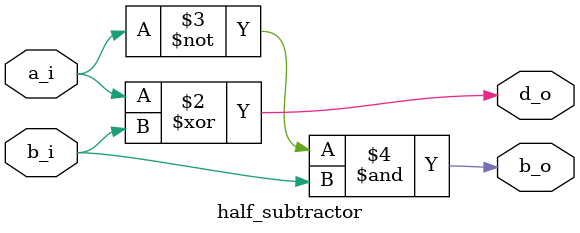
<source format=sv>

module half_subtractor(
  input        a_i, // Input A
  input        b_i, // Input B
  output logic d_o, // Difference
  output logic b_o  // Borrow
);

  always_comb begin
    d_o = a_i ^ b_i ; // Assign Difference
    b_o = ~a_i & b_i; // Assign Borrow
  end
  
endmodule
</source>
